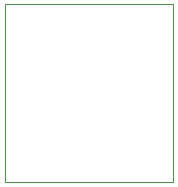
<source format=gbr>
%TF.GenerationSoftware,KiCad,Pcbnew,(5.1.12)-1*%
%TF.CreationDate,2023-05-25T00:29:18+03:00*%
%TF.ProjectId,74HC74,37344843-3734-42e6-9b69-6361645f7063,rev?*%
%TF.SameCoordinates,Original*%
%TF.FileFunction,Profile,NP*%
%FSLAX46Y46*%
G04 Gerber Fmt 4.6, Leading zero omitted, Abs format (unit mm)*
G04 Created by KiCad (PCBNEW (5.1.12)-1) date 2023-05-25 00:29:18*
%MOMM*%
%LPD*%
G01*
G04 APERTURE LIST*
%TA.AperFunction,Profile*%
%ADD10C,0.050000*%
%TD*%
G04 APERTURE END LIST*
D10*
X66190000Y-37990000D02*
X66180000Y-37990000D01*
X80470000Y-37990000D02*
X66190000Y-37990000D01*
X66180000Y-37990000D02*
X66180000Y-22930000D01*
X80470000Y-22930000D02*
X80470000Y-37990000D01*
X66180000Y-22930000D02*
X80470000Y-22930000D01*
M02*

</source>
